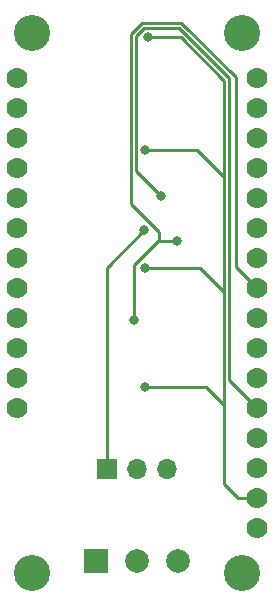
<source format=gbr>
G04 #@! TF.GenerationSoftware,KiCad,Pcbnew,5.0.2-bee76a0~70~ubuntu18.04.1*
G04 #@! TF.CreationDate,2019-09-12T15:25:54-07:00*
G04 #@! TF.ProjectId,potentiostat_featherwing,706f7465-6e74-4696-9f73-7461745f6665,rev?*
G04 #@! TF.SameCoordinates,Original*
G04 #@! TF.FileFunction,Copper,L2,Bot*
G04 #@! TF.FilePolarity,Positive*
%FSLAX46Y46*%
G04 Gerber Fmt 4.6, Leading zero omitted, Abs format (unit mm)*
G04 Created by KiCad (PCBNEW 5.0.2-bee76a0~70~ubuntu18.04.1) date Thu 12 Sep 2019 03:25:54 PM PDT*
%MOMM*%
%LPD*%
G01*
G04 APERTURE LIST*
G04 #@! TA.AperFunction,ComponentPad*
%ADD10C,1.778000*%
G04 #@! TD*
G04 #@! TA.AperFunction,ComponentPad*
%ADD11C,3.048000*%
G04 #@! TD*
G04 #@! TA.AperFunction,WasherPad*
%ADD12C,3.048000*%
G04 #@! TD*
G04 #@! TA.AperFunction,ComponentPad*
%ADD13C,2.000000*%
G04 #@! TD*
G04 #@! TA.AperFunction,ComponentPad*
%ADD14R,2.000000X2.000000*%
G04 #@! TD*
G04 #@! TA.AperFunction,ComponentPad*
%ADD15R,1.700000X1.700000*%
G04 #@! TD*
G04 #@! TA.AperFunction,ComponentPad*
%ADD16O,1.700000X1.700000*%
G04 #@! TD*
G04 #@! TA.AperFunction,ViaPad*
%ADD17C,0.800000*%
G04 #@! TD*
G04 #@! TA.AperFunction,Conductor*
%ADD18C,0.250000*%
G04 #@! TD*
G04 APERTURE END LIST*
D10*
G04 #@! TO.P,U1,28*
G04 #@! TO.N,Net-(U1-Pad28)*
X60960000Y-31750000D03*
G04 #@! TO.P,U1,27*
G04 #@! TO.N,Net-(U1-Pad27)*
X60960000Y-34290000D03*
G04 #@! TO.P,U1,26*
G04 #@! TO.N,Net-(U1-Pad26)*
X60960000Y-36830000D03*
G04 #@! TO.P,U1,25*
G04 #@! TO.N,Net-(U1-Pad25)*
X60960000Y-39370000D03*
G04 #@! TO.P,U1,24*
G04 #@! TO.N,Net-(U1-Pad24)*
X60960000Y-41910000D03*
G04 #@! TO.P,U1,23*
G04 #@! TO.N,Net-(U1-Pad23)*
X60960000Y-44450000D03*
G04 #@! TO.P,U1,22*
G04 #@! TO.N,Net-(U1-Pad22)*
X60960000Y-46990000D03*
G04 #@! TO.P,U1,21*
G04 #@! TO.N,/AIN_TIA*
X60960000Y-49530000D03*
G04 #@! TO.P,U1,20*
G04 #@! TO.N,Net-(U1-Pad20)*
X60960000Y-52070000D03*
G04 #@! TO.P,U1,19*
G04 #@! TO.N,Net-(U1-Pad19)*
X60960000Y-54610000D03*
G04 #@! TO.P,U1,18*
G04 #@! TO.N,/DAC_VGND*
X60960000Y-57150000D03*
G04 #@! TO.P,U1,17*
G04 #@! TO.N,/DAC_SETPT*
X60960000Y-59690000D03*
G04 #@! TO.P,U1,16*
G04 #@! TO.N,GND*
X60960000Y-62230000D03*
G04 #@! TO.P,U1,15*
G04 #@! TO.N,Net-(U1-Pad15)*
X60960000Y-64770000D03*
G04 #@! TO.P,U1,14*
G04 #@! TO.N,/3V3*
X60960000Y-67310000D03*
G04 #@! TO.P,U1,13*
G04 #@! TO.N,Net-(U1-Pad13)*
X60960000Y-69850000D03*
G04 #@! TO.P,U1,12*
G04 #@! TO.N,Net-(U1-Pad12)*
X40640000Y-59690000D03*
G04 #@! TO.P,U1,11*
G04 #@! TO.N,Net-(U1-Pad11)*
X40640000Y-57150000D03*
G04 #@! TO.P,U1,10*
G04 #@! TO.N,Net-(U1-Pad10)*
X40640000Y-54610000D03*
G04 #@! TO.P,U1,9*
G04 #@! TO.N,Net-(U1-Pad9)*
X40640000Y-52070000D03*
G04 #@! TO.P,U1,8*
G04 #@! TO.N,Net-(U1-Pad8)*
X40640000Y-49530000D03*
G04 #@! TO.P,U1,7*
G04 #@! TO.N,Net-(U1-Pad7)*
X40640000Y-46990000D03*
G04 #@! TO.P,U1,6*
G04 #@! TO.N,Net-(U1-Pad6)*
X40640000Y-44450000D03*
G04 #@! TO.P,U1,5*
G04 #@! TO.N,Net-(U1-Pad5)*
X40640000Y-41910000D03*
G04 #@! TO.P,U1,4*
G04 #@! TO.N,Net-(U1-Pad4)*
X40640000Y-39370000D03*
G04 #@! TO.P,U1,3*
G04 #@! TO.N,Net-(U1-Pad3)*
X40640000Y-36830000D03*
G04 #@! TO.P,U1,2*
G04 #@! TO.N,Net-(U1-Pad2)*
X40640000Y-34290000D03*
G04 #@! TO.P,U1,1*
G04 #@! TO.N,Net-(U1-Pad1)*
X40640000Y-31750000D03*
D11*
G04 #@! TO.P,U1,*
G04 #@! TO.N,*
X41910000Y-73660000D03*
X59690000Y-73660000D03*
D12*
X59690000Y-27940000D03*
X41910000Y-27940000D03*
G04 #@! TD*
D13*
G04 #@! TO.P,J1,2*
G04 #@! TO.N,/REF_ELECT*
X50800000Y-72644000D03*
D14*
G04 #@! TO.P,J1,1*
G04 #@! TO.N,/CTR_ELECT*
X47299880Y-72644000D03*
D13*
G04 #@! TO.P,J1,3*
G04 #@! TO.N,/WRK_ELECT*
X54300120Y-72644000D03*
G04 #@! TD*
D15*
G04 #@! TO.P,P1,1*
G04 #@! TO.N,/CTR_ELECT*
X48260000Y-64897000D03*
D16*
G04 #@! TO.P,P1,2*
G04 #@! TO.N,/REF_ELECT*
X50800000Y-64897000D03*
G04 #@! TO.P,P1,3*
G04 #@! TO.N,/WRK_ELECT*
X53340000Y-64897000D03*
G04 #@! TD*
D17*
G04 #@! TO.N,/3V3*
X51689000Y-28321000D03*
X51435000Y-37846000D03*
X51435000Y-47879000D03*
X51435000Y-57912000D03*
G04 #@! TO.N,/CTR_ELECT*
X51424500Y-44665900D03*
G04 #@! TO.N,/AIN_TIA*
X54168200Y-45603200D03*
X50545900Y-52253500D03*
G04 #@! TO.N,/DAC_SETPT*
X52818000Y-41806400D03*
G04 #@! TD*
D18*
G04 #@! TO.N,/3V3*
X58166000Y-40132000D02*
X58166000Y-49911000D01*
X51435000Y-37846000D02*
X55880000Y-37846000D01*
X55880000Y-37846000D02*
X58166000Y-40132000D01*
X51689000Y-28321000D02*
X54483000Y-28321000D01*
X54483000Y-28321000D02*
X58166000Y-32004000D01*
X58166000Y-32004000D02*
X58166000Y-40132000D01*
X51435000Y-47879000D02*
X56134000Y-47879000D01*
X56134000Y-47879000D02*
X58166000Y-49911000D01*
X58166000Y-49911000D02*
X58166000Y-59436000D01*
X51435000Y-57912000D02*
X56642000Y-57912000D01*
X56642000Y-57912000D02*
X58166000Y-59436000D01*
X58166000Y-59436000D02*
X58166000Y-66167000D01*
X58166000Y-66167000D02*
X59309000Y-67310000D01*
X59309000Y-67310000D02*
X60960000Y-67310000D01*
G04 #@! TO.N,/CTR_ELECT*
X48260000Y-64897000D02*
X48260000Y-47830400D01*
X48260000Y-47830400D02*
X51424500Y-44665900D01*
G04 #@! TO.N,/AIN_TIA*
X52622700Y-45532900D02*
X52622700Y-44838300D01*
X52622700Y-44838300D02*
X50256200Y-42471800D01*
X50256200Y-42471800D02*
X50256200Y-28063800D01*
X50256200Y-28063800D02*
X51224000Y-27096000D01*
X51224000Y-27096000D02*
X54533200Y-27096000D01*
X54533200Y-27096000D02*
X59179200Y-31742000D01*
X59179200Y-31742000D02*
X59179200Y-47749200D01*
X59179200Y-47749200D02*
X60960000Y-49530000D01*
X54168200Y-45603200D02*
X52693000Y-45603200D01*
X52693000Y-45603200D02*
X52622700Y-45532900D01*
X52622700Y-45532900D02*
X50545900Y-47609700D01*
X50545900Y-47609700D02*
X50545900Y-52253500D01*
G04 #@! TO.N,/DAC_SETPT*
X52818000Y-41806400D02*
X50706500Y-39694900D01*
X50706500Y-39694900D02*
X50706500Y-28250400D01*
X50706500Y-28250400D02*
X51410600Y-27546300D01*
X51410600Y-27546300D02*
X54346600Y-27546300D01*
X54346600Y-27546300D02*
X58616400Y-31816100D01*
X58616400Y-31816100D02*
X58616400Y-57346400D01*
X58616400Y-57346400D02*
X60960000Y-59690000D01*
G04 #@! TD*
M02*

</source>
